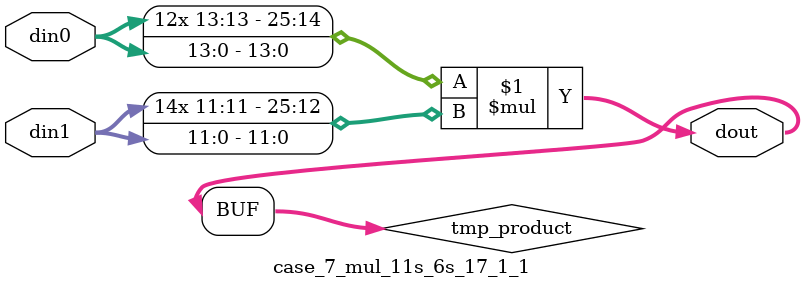
<source format=v>

`timescale 1 ns / 1 ps

 (* use_dsp = "no" *)  module case_7_mul_11s_6s_17_1_1(din0, din1, dout);
parameter ID = 1;
parameter NUM_STAGE = 0;
parameter din0_WIDTH = 14;
parameter din1_WIDTH = 12;
parameter dout_WIDTH = 26;

input [din0_WIDTH - 1 : 0] din0; 
input [din1_WIDTH - 1 : 0] din1; 
output [dout_WIDTH - 1 : 0] dout;

wire signed [dout_WIDTH - 1 : 0] tmp_product;



























assign tmp_product = $signed(din0) * $signed(din1);








assign dout = tmp_product;





















endmodule

</source>
